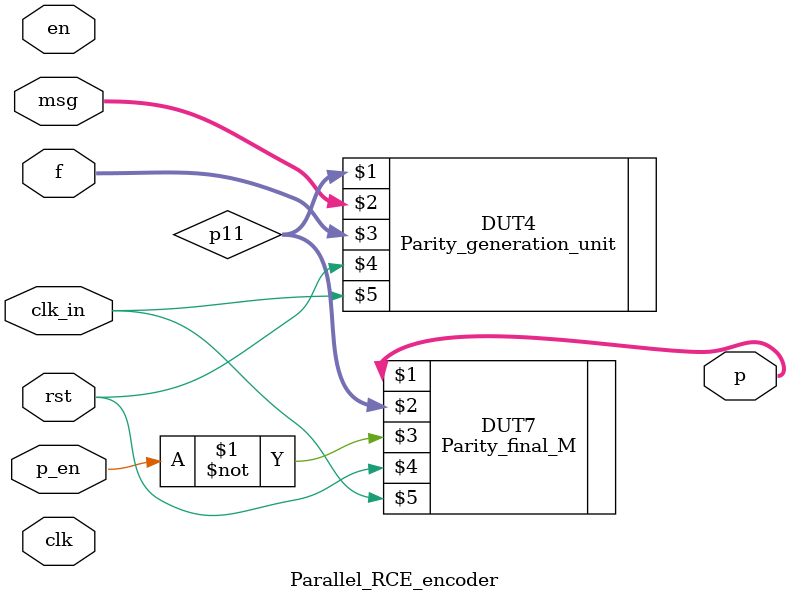
<source format=v>
`timescale 1ns / 1ps


module Parallel_RCE_encoder(p,msg,f,en,p_en,rst,clk,clk_in);//processing unit
parameter Lm=32;// number of message bit
parameter M=32 ;// size of circulant sub matrix of generator matrix
//output y;
output [M-1:0]p;
input [Lm-1:0]msg; 
//input[1:0]m_en;
input [M-1:0]f;
input en,p_en;                 
input rst,clk,clk_in;
wire [M-1:0]f;      //input [M-1:0]f;//now save in luts
wire clk_in,en;
//wire [1:0]adrs;
//wire [Lm:1]q2,q3;
wire [M-1:0]p11; 
//D_flip_flop DUT6(in1,msg,rst,clk_in);
//defparam DUT1.M=M,DUT1.Lm=Lm;
//SPI DUT1(y1,q3,en,in1,rst,clk_in,clk); // adding two clock
//fsm DUT0(adrs,p_en,1'b1,rst,clk_in);
//defparam DUT3.M=M;
//Function_generator DUT3(f,m_en,rst);
defparam DUT4.M=M,DUT4.Lm=Lm;
Parity_generation_unit DUT4(p11,msg,f,rst,clk_in);
defparam DUT7.M=M;
Parity_final_M DUT7(p,p11,~p_en,rst,clk_in); //not needed if Lm
//defparam DUT8.M=M;
//FSM_tx DUT8(t_en,en,rst,clk); // fsm for tx_mux
//transmitter_mux DUT5(y,y1,p,t_en);
endmodule

</source>
